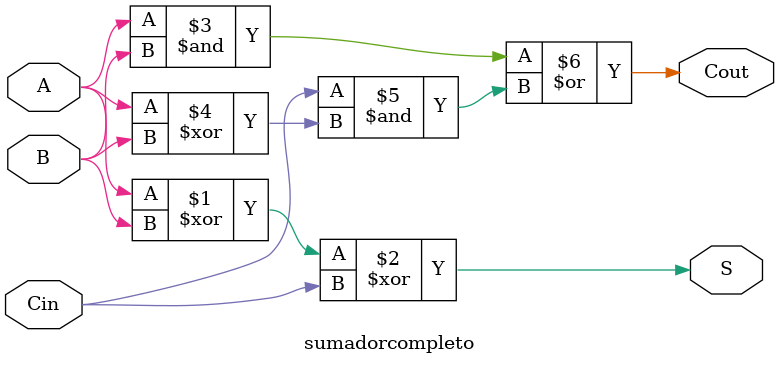
<source format=v>
module sumadorcompleto (
    input A,
    input B,
    input Cin,
    output S,
    output Cout 
);

    
    assign S = (A^B)^Cin;
    assign Cout =  (A&B)|(Cin&(A^B));
endmodule

</source>
